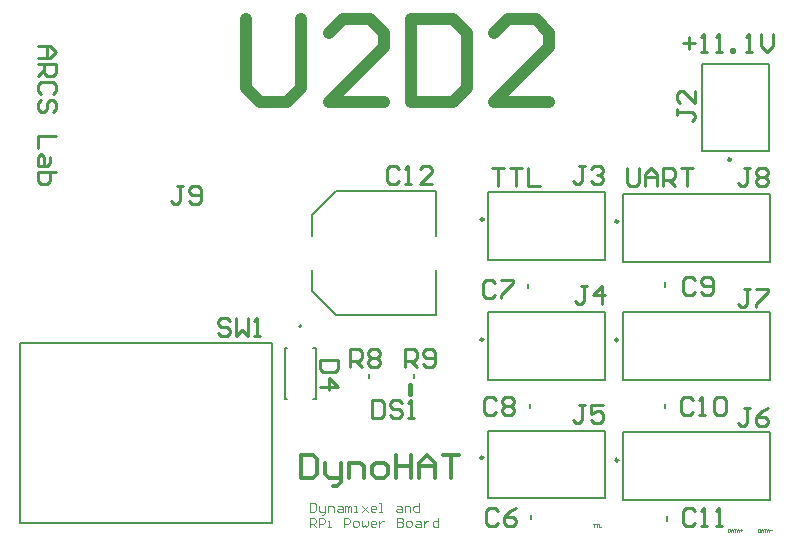
<source format=gbr>
G04*
G04 #@! TF.GenerationSoftware,Altium Limited,Altium Designer,23.10.1 (27)*
G04*
G04 Layer_Color=65535*
%FSLAX42Y42*%
%MOMM*%
G71*
G04*
G04 #@! TF.SameCoordinates,D45A84C9-24EE-431E-81B0-E16C7BED9CBD*
G04*
G04*
G04 #@! TF.FilePolarity,Positive*
G04*
G01*
G75*
%ADD10C,0.20*%
%ADD11C,0.25*%
%ADD12C,0.15*%
%ADD13C,0.13*%
%ADD14C,0.40*%
%ADD15C,0.33*%
%ADD16C,1.00*%
%ADD17C,0.25*%
%ADD18C,0.06*%
%ADD19C,0.02*%
%ADD20C,0.01*%
D10*
X2080Y-2856D02*
G03*
X2080Y-2856I-10J0D01*
G01*
X2372Y-2760D02*
X3217D01*
Y-2380D01*
Y-2090D02*
Y-1710D01*
X2372D02*
X3217D01*
X2167Y-2555D02*
Y-2380D01*
Y-2555D02*
X2372Y-2760D01*
X2167Y-1915D02*
X2372Y-1710D01*
X2167Y-2090D02*
Y-1915D01*
X5467Y-1375D02*
X6042D01*
Y-635D01*
X5467D02*
X6042D01*
X5467Y-1375D02*
Y-635D01*
X3658Y-4313D02*
Y-3738D01*
Y-4313D02*
X4648D01*
Y-3738D01*
X3658D02*
X4648D01*
X6043Y-2307D02*
Y-1732D01*
X4803D02*
X6043D01*
X4803Y-2307D02*
Y-1732D01*
Y-2307D02*
X6043D01*
X-303Y-4524D02*
Y-2994D01*
Y-4524D02*
X1827D01*
Y-2994D01*
X-303D02*
X1827D01*
X3662Y-2296D02*
Y-1721D01*
Y-2296D02*
X4652D01*
Y-1721D01*
X3662D02*
X4652D01*
X3658Y-3312D02*
Y-2737D01*
Y-3312D02*
X4648D01*
Y-2737D01*
X3658D02*
X4648D01*
X6045Y-4328D02*
Y-3753D01*
X4805D02*
X6045D01*
X4805Y-4328D02*
Y-3753D01*
Y-4328D02*
X6045D01*
X6043Y-3310D02*
Y-2735D01*
X4803D02*
X6043D01*
X4803Y-3310D02*
Y-2735D01*
Y-3310D02*
X6043D01*
D11*
X5715Y-1443D02*
G03*
X5715Y-1443I-12J0D01*
G01*
X3618Y-3968D02*
G03*
X3618Y-3968I-12J0D01*
G01*
X4760Y-1967D02*
G03*
X4760Y-1967I-12J0D01*
G01*
X3622Y-1951D02*
G03*
X3622Y-1951I-12J0D01*
G01*
X3618Y-2967D02*
G03*
X3618Y-2967I-12J0D01*
G01*
X4762Y-3988D02*
G03*
X4762Y-3988I-12J0D01*
G01*
X4760Y-2970D02*
G03*
X4760Y-2970I-12J0D01*
G01*
D12*
X5175Y-4503D02*
Y-4463D01*
X2654Y-3297D02*
Y-3257D01*
X3035Y-3297D02*
Y-3257D01*
X4026Y-4490D02*
Y-4450D01*
X4001Y-2535D02*
Y-2495D01*
X4013Y-3551D02*
Y-3511D01*
X5156Y-2522D02*
Y-2482D01*
Y-3551D02*
Y-3511D01*
D13*
X2199Y-3472D02*
Y-3035D01*
X1941Y-3472D02*
Y-3035D01*
Y-3472D02*
X1961D01*
X2180D02*
X2199D01*
X1941Y-3035D02*
X1961D01*
X2180D02*
X2199D01*
D14*
X2996Y-3431D02*
Y-3351D01*
D15*
X2078Y-3942D02*
Y-4142D01*
X2178D01*
X2211Y-4109D01*
Y-3976D01*
X2178Y-3942D01*
X2078D01*
X2278Y-4009D02*
Y-4109D01*
X2311Y-4142D01*
X2411D01*
Y-4175D01*
X2378Y-4209D01*
X2344D01*
X2411Y-4142D02*
Y-4009D01*
X2478Y-4142D02*
Y-4009D01*
X2578D01*
X2611Y-4042D01*
Y-4142D01*
X2711D02*
X2777D01*
X2811Y-4109D01*
Y-4042D01*
X2777Y-4009D01*
X2711D01*
X2678Y-4042D01*
Y-4109D01*
X2711Y-4142D01*
X2877Y-3942D02*
Y-4142D01*
Y-4042D01*
X3011D01*
Y-3942D01*
Y-4142D01*
X3077D02*
Y-4009D01*
X3144Y-3942D01*
X3211Y-4009D01*
Y-4142D01*
Y-4042D01*
X3077D01*
X3277Y-3942D02*
X3411D01*
X3344D01*
Y-4142D01*
D16*
X1611Y-254D02*
Y-837D01*
X1728Y-954D01*
X1961D01*
X2078Y-837D01*
Y-254D01*
X2778Y-954D02*
X2311D01*
X2778Y-488D01*
Y-371D01*
X2661Y-254D01*
X2428D01*
X2311Y-371D01*
X3011Y-254D02*
Y-954D01*
X3361D01*
X3477Y-837D01*
Y-371D01*
X3361Y-254D01*
X3011D01*
X4177Y-954D02*
X3711D01*
X4177Y-488D01*
Y-371D01*
X4061Y-254D01*
X3827D01*
X3711Y-371D01*
D17*
X-152Y-483D02*
X-51D01*
X-0Y-533D01*
X-51Y-584D01*
X-152D01*
X-76D01*
Y-483D01*
X-152Y-635D02*
X-0D01*
Y-711D01*
X-25Y-737D01*
X-76D01*
X-102Y-711D01*
Y-635D01*
Y-686D02*
X-152Y-737D01*
X-25Y-889D02*
X-0Y-863D01*
Y-813D01*
X-25Y-787D01*
X-127D01*
X-152Y-813D01*
Y-863D01*
X-127Y-889D01*
X-25Y-1041D02*
X-0Y-1016D01*
Y-965D01*
X-25Y-940D01*
X-51D01*
X-76Y-965D01*
Y-1016D01*
X-102Y-1041D01*
X-127D01*
X-152Y-1016D01*
Y-965D01*
X-127Y-940D01*
X-0Y-1244D02*
X-152D01*
Y-1346D01*
X-51Y-1422D02*
Y-1473D01*
X-76Y-1498D01*
X-152D01*
Y-1422D01*
X-127Y-1397D01*
X-102Y-1422D01*
Y-1498D01*
X-0Y-1549D02*
X-152D01*
Y-1625D01*
X-127Y-1651D01*
X-102D01*
X-76D01*
X-51Y-1625D01*
Y-1549D01*
X4839Y-1511D02*
Y-1638D01*
X4864Y-1664D01*
X4915D01*
X4940Y-1638D01*
Y-1511D01*
X4991Y-1664D02*
Y-1562D01*
X5042Y-1511D01*
X5093Y-1562D01*
Y-1664D01*
Y-1588D01*
X4991D01*
X5143Y-1664D02*
Y-1511D01*
X5220D01*
X5245Y-1537D01*
Y-1588D01*
X5220Y-1613D01*
X5143D01*
X5194D02*
X5245Y-1664D01*
X5296Y-1511D02*
X5397D01*
X5347D01*
Y-1664D01*
X3696Y-1511D02*
X3797D01*
X3746D01*
Y-1664D01*
X3848Y-1511D02*
X3950D01*
X3899D01*
Y-1664D01*
X4000Y-1511D02*
Y-1664D01*
X4102D01*
X5309Y-457D02*
X5410D01*
X5359Y-406D02*
Y-508D01*
X5461Y-533D02*
X5512D01*
X5486D01*
Y-381D01*
X5461Y-406D01*
X5588Y-533D02*
X5639D01*
X5613D01*
Y-381D01*
X5588Y-406D01*
X5715Y-533D02*
Y-508D01*
X5740D01*
Y-533D01*
X5715D01*
X5842D02*
X5893D01*
X5867D01*
Y-381D01*
X5842Y-406D01*
X5969Y-381D02*
Y-483D01*
X6020Y-533D01*
X6070Y-483D01*
Y-381D01*
X1473Y-2807D02*
X1448Y-2781D01*
X1397D01*
X1372Y-2807D01*
Y-2832D01*
X1397Y-2858D01*
X1448D01*
X1473Y-2883D01*
Y-2908D01*
X1448Y-2934D01*
X1397D01*
X1372Y-2908D01*
X1524Y-2781D02*
Y-2934D01*
X1575Y-2883D01*
X1626Y-2934D01*
Y-2781D01*
X1676Y-2934D02*
X1727D01*
X1702D01*
Y-2781D01*
X1676Y-2807D01*
X2959Y-3200D02*
Y-3048D01*
X3035D01*
X3061Y-3073D01*
Y-3124D01*
X3035Y-3150D01*
X2959D01*
X3010D02*
X3061Y-3200D01*
X3111Y-3175D02*
X3137Y-3200D01*
X3188D01*
X3213Y-3175D01*
Y-3073D01*
X3188Y-3048D01*
X3137D01*
X3111Y-3073D01*
Y-3099D01*
X3137Y-3124D01*
X3213D01*
X2489Y-3200D02*
Y-3048D01*
X2565D01*
X2591Y-3073D01*
Y-3124D01*
X2565Y-3150D01*
X2489D01*
X2540D02*
X2591Y-3200D01*
X2642Y-3073D02*
X2667Y-3048D01*
X2718D01*
X2743Y-3073D01*
Y-3099D01*
X2718Y-3124D01*
X2743Y-3150D01*
Y-3175D01*
X2718Y-3200D01*
X2667D01*
X2642Y-3175D01*
Y-3150D01*
X2667Y-3124D01*
X2642Y-3099D01*
Y-3073D01*
X2667Y-3124D02*
X2718D01*
X5880Y-1511D02*
X5829D01*
X5855D01*
Y-1638D01*
X5829Y-1664D01*
X5804D01*
X5779Y-1638D01*
X5931Y-1537D02*
X5956Y-1511D01*
X6007D01*
X6032Y-1537D01*
Y-1562D01*
X6007Y-1588D01*
X6032Y-1613D01*
Y-1638D01*
X6007Y-1664D01*
X5956D01*
X5931Y-1638D01*
Y-1613D01*
X5956Y-1588D01*
X5931Y-1562D01*
Y-1537D01*
X5956Y-1588D02*
X6007D01*
X5880Y-2540D02*
X5829D01*
X5855D01*
Y-2667D01*
X5829Y-2692D01*
X5804D01*
X5779Y-2667D01*
X5931Y-2540D02*
X6032D01*
Y-2565D01*
X5931Y-2667D01*
Y-2692D01*
X5880Y-3543D02*
X5829D01*
X5855D01*
Y-3670D01*
X5829Y-3696D01*
X5804D01*
X5779Y-3670D01*
X6032Y-3543D02*
X5982Y-3569D01*
X5931Y-3619D01*
Y-3670D01*
X5956Y-3696D01*
X6007D01*
X6032Y-3670D01*
Y-3645D01*
X6007Y-3619D01*
X5931D01*
X4483Y-3518D02*
X4432D01*
X4458D01*
Y-3645D01*
X4432Y-3670D01*
X4407D01*
X4382Y-3645D01*
X4635Y-3518D02*
X4534D01*
Y-3594D01*
X4585Y-3569D01*
X4610D01*
X4635Y-3594D01*
Y-3645D01*
X4610Y-3670D01*
X4559D01*
X4534Y-3645D01*
X4496Y-2515D02*
X4445D01*
X4470D01*
Y-2642D01*
X4445Y-2667D01*
X4420D01*
X4394Y-2642D01*
X4623Y-2667D02*
Y-2515D01*
X4547Y-2591D01*
X4648D01*
X4483Y-1499D02*
X4432D01*
X4458D01*
Y-1626D01*
X4432Y-1651D01*
X4407D01*
X4382Y-1626D01*
X4534Y-1524D02*
X4559Y-1499D01*
X4610D01*
X4635Y-1524D01*
Y-1549D01*
X4610Y-1575D01*
X4585D01*
X4610D01*
X4635Y-1600D01*
Y-1626D01*
X4610Y-1651D01*
X4559D01*
X4534Y-1626D01*
X5258Y-1016D02*
Y-1067D01*
Y-1041D01*
X5385D01*
X5410Y-1067D01*
Y-1092D01*
X5385Y-1118D01*
X5410Y-864D02*
Y-965D01*
X5309Y-864D01*
X5283D01*
X5258Y-889D01*
Y-940D01*
X5283Y-965D01*
X2680Y-3480D02*
Y-3632D01*
X2756D01*
X2781Y-3607D01*
Y-3505D01*
X2756Y-3480D01*
X2680D01*
X2934Y-3505D02*
X2908Y-3480D01*
X2858D01*
X2832Y-3505D01*
Y-3531D01*
X2858Y-3556D01*
X2908D01*
X2934Y-3581D01*
Y-3607D01*
X2908Y-3632D01*
X2858D01*
X2832Y-3607D01*
X2984Y-3632D02*
X3035D01*
X3010D01*
Y-3480D01*
X2984Y-3505D01*
X2388Y-3139D02*
X2235D01*
Y-3216D01*
X2261Y-3241D01*
X2362D01*
X2388Y-3216D01*
Y-3139D01*
X2235Y-3368D02*
X2388D01*
X2311Y-3292D01*
Y-3393D01*
X2908Y-1524D02*
X2883Y-1499D01*
X2832D01*
X2807Y-1524D01*
Y-1626D01*
X2832Y-1651D01*
X2883D01*
X2908Y-1626D01*
X2959Y-1651D02*
X3010D01*
X2985D01*
Y-1499D01*
X2959Y-1524D01*
X3188Y-1651D02*
X3086D01*
X3188Y-1549D01*
Y-1524D01*
X3162Y-1499D01*
X3111D01*
X3086Y-1524D01*
X5410Y-4420D02*
X5385Y-4394D01*
X5334D01*
X5309Y-4420D01*
Y-4521D01*
X5334Y-4547D01*
X5385D01*
X5410Y-4521D01*
X5461Y-4547D02*
X5512D01*
X5486D01*
Y-4394D01*
X5461Y-4420D01*
X5588Y-4547D02*
X5639D01*
X5613D01*
Y-4394D01*
X5588Y-4420D01*
X5398Y-3480D02*
X5372Y-3454D01*
X5321D01*
X5296Y-3480D01*
Y-3581D01*
X5321Y-3607D01*
X5372D01*
X5398Y-3581D01*
X5448Y-3607D02*
X5499D01*
X5474D01*
Y-3454D01*
X5448Y-3480D01*
X5575D02*
X5601Y-3454D01*
X5651D01*
X5677Y-3480D01*
Y-3581D01*
X5651Y-3607D01*
X5601D01*
X5575Y-3581D01*
Y-3480D01*
X5410Y-2464D02*
X5385Y-2438D01*
X5334D01*
X5309Y-2464D01*
Y-2565D01*
X5334Y-2591D01*
X5385D01*
X5410Y-2565D01*
X5461D02*
X5486Y-2591D01*
X5537D01*
X5563Y-2565D01*
Y-2464D01*
X5537Y-2438D01*
X5486D01*
X5461Y-2464D01*
Y-2489D01*
X5486Y-2515D01*
X5563D01*
X3727Y-3480D02*
X3702Y-3454D01*
X3651D01*
X3625Y-3480D01*
Y-3581D01*
X3651Y-3607D01*
X3702D01*
X3727Y-3581D01*
X3778Y-3480D02*
X3803Y-3454D01*
X3854D01*
X3879Y-3480D01*
Y-3505D01*
X3854Y-3531D01*
X3879Y-3556D01*
Y-3581D01*
X3854Y-3607D01*
X3803D01*
X3778Y-3581D01*
Y-3556D01*
X3803Y-3531D01*
X3778Y-3505D01*
Y-3480D01*
X3803Y-3531D02*
X3854D01*
X3721Y-2489D02*
X3696Y-2464D01*
X3645D01*
X3620Y-2489D01*
Y-2591D01*
X3645Y-2616D01*
X3696D01*
X3721Y-2591D01*
X3772Y-2464D02*
X3873D01*
Y-2489D01*
X3772Y-2591D01*
Y-2616D01*
X3747Y-4420D02*
X3721Y-4394D01*
X3670D01*
X3645Y-4420D01*
Y-4521D01*
X3670Y-4547D01*
X3721D01*
X3747Y-4521D01*
X3899Y-4394D02*
X3848Y-4420D01*
X3797Y-4470D01*
Y-4521D01*
X3823Y-4547D01*
X3873D01*
X3899Y-4521D01*
Y-4496D01*
X3873Y-4470D01*
X3797D01*
X1080Y-1664D02*
X1029D01*
X1054D01*
Y-1791D01*
X1029Y-1816D01*
X1003D01*
X978Y-1791D01*
X1130D02*
X1156Y-1816D01*
X1206D01*
X1232Y-1791D01*
Y-1689D01*
X1206Y-1664D01*
X1156D01*
X1130Y-1689D01*
Y-1715D01*
X1156Y-1740D01*
X1232D01*
D18*
X2152Y-4351D02*
Y-4426D01*
X2189D01*
X2202Y-4413D01*
Y-4363D01*
X2189Y-4351D01*
X2152D01*
X2227Y-4376D02*
Y-4413D01*
X2239Y-4426D01*
X2277D01*
Y-4438D01*
X2264Y-4451D01*
X2252D01*
X2277Y-4426D02*
Y-4376D01*
X2302Y-4426D02*
Y-4376D01*
X2339D01*
X2352Y-4388D01*
Y-4426D01*
X2389Y-4376D02*
X2414D01*
X2427Y-4388D01*
Y-4426D01*
X2389D01*
X2377Y-4413D01*
X2389Y-4401D01*
X2427D01*
X2452Y-4426D02*
Y-4376D01*
X2464D01*
X2477Y-4388D01*
Y-4426D01*
Y-4388D01*
X2489Y-4376D01*
X2502Y-4388D01*
Y-4426D01*
X2527D02*
X2552D01*
X2539D01*
Y-4376D01*
X2527D01*
X2589D02*
X2639Y-4426D01*
X2614Y-4401D01*
X2639Y-4376D01*
X2589Y-4426D01*
X2702D02*
X2677D01*
X2664Y-4413D01*
Y-4388D01*
X2677Y-4376D01*
X2702D01*
X2714Y-4388D01*
Y-4401D01*
X2664D01*
X2739Y-4426D02*
X2764D01*
X2752D01*
Y-4351D01*
X2739D01*
X2889Y-4376D02*
X2914D01*
X2927Y-4388D01*
Y-4426D01*
X2889D01*
X2877Y-4413D01*
X2889Y-4401D01*
X2927D01*
X2952Y-4426D02*
Y-4376D01*
X2989D01*
X3002Y-4388D01*
Y-4426D01*
X3077Y-4351D02*
Y-4426D01*
X3039D01*
X3027Y-4413D01*
Y-4388D01*
X3039Y-4376D01*
X3077D01*
X2152Y-4554D02*
Y-4479D01*
X2189D01*
X2202Y-4491D01*
Y-4516D01*
X2189Y-4529D01*
X2152D01*
X2177D02*
X2202Y-4554D01*
X2227D02*
Y-4479D01*
X2264D01*
X2277Y-4491D01*
Y-4516D01*
X2264Y-4529D01*
X2227D01*
X2302Y-4554D02*
X2327D01*
X2314D01*
Y-4504D01*
X2302D01*
X2439Y-4554D02*
Y-4479D01*
X2477D01*
X2489Y-4491D01*
Y-4516D01*
X2477Y-4529D01*
X2439D01*
X2527Y-4554D02*
X2552D01*
X2564Y-4541D01*
Y-4516D01*
X2552Y-4504D01*
X2527D01*
X2514Y-4516D01*
Y-4541D01*
X2527Y-4554D01*
X2589Y-4504D02*
Y-4541D01*
X2602Y-4554D01*
X2614Y-4541D01*
X2627Y-4554D01*
X2639Y-4541D01*
Y-4504D01*
X2702Y-4554D02*
X2677D01*
X2664Y-4541D01*
Y-4516D01*
X2677Y-4504D01*
X2702D01*
X2714Y-4516D01*
Y-4529D01*
X2664D01*
X2739Y-4504D02*
Y-4554D01*
Y-4529D01*
X2752Y-4516D01*
X2764Y-4504D01*
X2777D01*
X2889Y-4479D02*
Y-4554D01*
X2927D01*
X2939Y-4541D01*
Y-4529D01*
X2927Y-4516D01*
X2889D01*
X2927D01*
X2939Y-4504D01*
Y-4491D01*
X2927Y-4479D01*
X2889D01*
X2977Y-4554D02*
X3002D01*
X3014Y-4541D01*
Y-4516D01*
X3002Y-4504D01*
X2977D01*
X2964Y-4516D01*
Y-4541D01*
X2977Y-4554D01*
X3052Y-4504D02*
X3077D01*
X3089Y-4516D01*
Y-4554D01*
X3052D01*
X3039Y-4541D01*
X3052Y-4529D01*
X3089D01*
X3114Y-4504D02*
Y-4554D01*
Y-4529D01*
X3126Y-4516D01*
X3139Y-4504D01*
X3151D01*
X3239Y-4479D02*
Y-4554D01*
X3201D01*
X3189Y-4541D01*
Y-4516D01*
X3201Y-4504D01*
X3239D01*
D19*
X4548Y-4533D02*
X4565D01*
X4556D01*
Y-4558D01*
X4573Y-4533D02*
X4590D01*
X4581D01*
Y-4558D01*
X4598Y-4533D02*
Y-4558D01*
X4615D01*
X5945Y-4571D02*
Y-4596D01*
X5958D01*
X5962Y-4592D01*
Y-4575D01*
X5958Y-4571D01*
X5945D01*
X5970Y-4596D02*
Y-4579D01*
X5978Y-4571D01*
X5987Y-4579D01*
Y-4596D01*
Y-4583D01*
X5970D01*
X5995Y-4571D02*
X6012D01*
X6003D01*
Y-4596D01*
X6020D02*
Y-4579D01*
X6028Y-4571D01*
X6037Y-4579D01*
Y-4596D01*
Y-4583D01*
X6020D01*
X6045D02*
X6062D01*
D20*
X5691Y-4571D02*
Y-4596D01*
X5703D01*
X5708Y-4592D01*
Y-4575D01*
X5703Y-4571D01*
X5691D01*
X5716Y-4596D02*
Y-4579D01*
X5724Y-4571D01*
X5733Y-4579D01*
Y-4596D01*
Y-4584D01*
X5716D01*
X5741Y-4571D02*
X5758D01*
X5749D01*
Y-4596D01*
X5766D02*
Y-4579D01*
X5774Y-4571D01*
X5783Y-4579D01*
Y-4596D01*
Y-4584D01*
X5766D01*
X5791D02*
X5808D01*
X5799Y-4575D02*
Y-4592D01*
M02*

</source>
